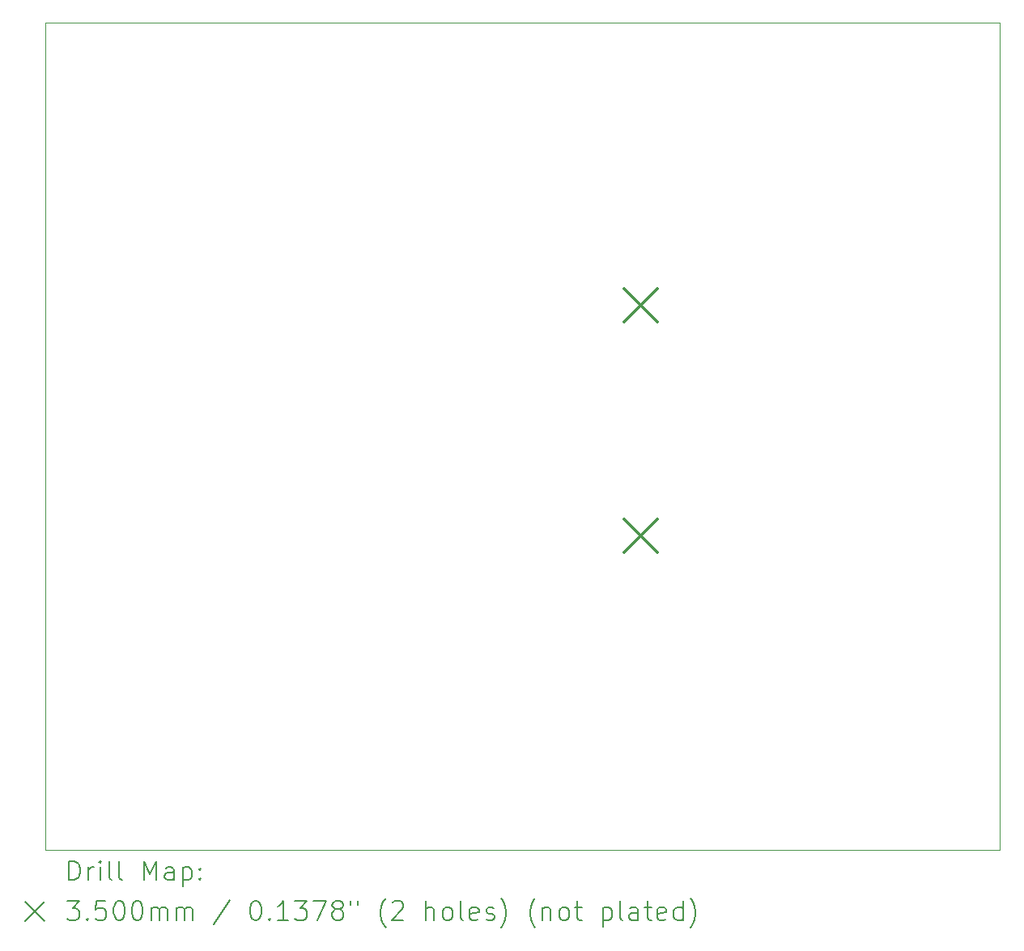
<source format=gbr>
%TF.GenerationSoftware,KiCad,Pcbnew,6.0.8*%
%TF.CreationDate,2024-03-27T11:51:23-07:00*%
%TF.ProjectId,GracefulPSU,47726163-6566-4756-9c50-53552e6b6963,rev?*%
%TF.SameCoordinates,Original*%
%TF.FileFunction,Drillmap*%
%TF.FilePolarity,Positive*%
%FSLAX45Y45*%
G04 Gerber Fmt 4.5, Leading zero omitted, Abs format (unit mm)*
G04 Created by KiCad (PCBNEW 6.0.8) date 2024-03-27 11:51:23*
%MOMM*%
%LPD*%
G01*
G04 APERTURE LIST*
%ADD10C,0.100000*%
%ADD11C,0.200000*%
%ADD12C,0.350000*%
G04 APERTURE END LIST*
D10*
X16410500Y-7919400D02*
X6426900Y-7919400D01*
X6426900Y-7919400D02*
X6426900Y-16580800D01*
X6426900Y-16580800D02*
X16410500Y-16580800D01*
X16410500Y-16580800D02*
X16410500Y-7919400D01*
D11*
D12*
X12485500Y-10702500D02*
X12835500Y-11052500D01*
X12835500Y-10702500D02*
X12485500Y-11052500D01*
X12485500Y-13115500D02*
X12835500Y-13465500D01*
X12835500Y-13115500D02*
X12485500Y-13465500D01*
D11*
X6679519Y-16896276D02*
X6679519Y-16696276D01*
X6727138Y-16696276D01*
X6755709Y-16705800D01*
X6774757Y-16724848D01*
X6784281Y-16743895D01*
X6793805Y-16781990D01*
X6793805Y-16810562D01*
X6784281Y-16848657D01*
X6774757Y-16867705D01*
X6755709Y-16886752D01*
X6727138Y-16896276D01*
X6679519Y-16896276D01*
X6879519Y-16896276D02*
X6879519Y-16762943D01*
X6879519Y-16801038D02*
X6889043Y-16781990D01*
X6898567Y-16772467D01*
X6917614Y-16762943D01*
X6936662Y-16762943D01*
X7003328Y-16896276D02*
X7003328Y-16762943D01*
X7003328Y-16696276D02*
X6993805Y-16705800D01*
X7003328Y-16715324D01*
X7012852Y-16705800D01*
X7003328Y-16696276D01*
X7003328Y-16715324D01*
X7127138Y-16896276D02*
X7108090Y-16886752D01*
X7098567Y-16867705D01*
X7098567Y-16696276D01*
X7231900Y-16896276D02*
X7212852Y-16886752D01*
X7203328Y-16867705D01*
X7203328Y-16696276D01*
X7460471Y-16896276D02*
X7460471Y-16696276D01*
X7527138Y-16839133D01*
X7593805Y-16696276D01*
X7593805Y-16896276D01*
X7774757Y-16896276D02*
X7774757Y-16791514D01*
X7765233Y-16772467D01*
X7746186Y-16762943D01*
X7708090Y-16762943D01*
X7689043Y-16772467D01*
X7774757Y-16886752D02*
X7755709Y-16896276D01*
X7708090Y-16896276D01*
X7689043Y-16886752D01*
X7679519Y-16867705D01*
X7679519Y-16848657D01*
X7689043Y-16829610D01*
X7708090Y-16820086D01*
X7755709Y-16820086D01*
X7774757Y-16810562D01*
X7869995Y-16762943D02*
X7869995Y-16962943D01*
X7869995Y-16772467D02*
X7889043Y-16762943D01*
X7927138Y-16762943D01*
X7946186Y-16772467D01*
X7955709Y-16781990D01*
X7965233Y-16801038D01*
X7965233Y-16858181D01*
X7955709Y-16877229D01*
X7946186Y-16886752D01*
X7927138Y-16896276D01*
X7889043Y-16896276D01*
X7869995Y-16886752D01*
X8050948Y-16877229D02*
X8060471Y-16886752D01*
X8050948Y-16896276D01*
X8041424Y-16886752D01*
X8050948Y-16877229D01*
X8050948Y-16896276D01*
X8050948Y-16772467D02*
X8060471Y-16781990D01*
X8050948Y-16791514D01*
X8041424Y-16781990D01*
X8050948Y-16772467D01*
X8050948Y-16791514D01*
X6221900Y-17125800D02*
X6421900Y-17325800D01*
X6421900Y-17125800D02*
X6221900Y-17325800D01*
X6660471Y-17116276D02*
X6784281Y-17116276D01*
X6717614Y-17192467D01*
X6746186Y-17192467D01*
X6765233Y-17201990D01*
X6774757Y-17211514D01*
X6784281Y-17230562D01*
X6784281Y-17278181D01*
X6774757Y-17297229D01*
X6765233Y-17306752D01*
X6746186Y-17316276D01*
X6689043Y-17316276D01*
X6669995Y-17306752D01*
X6660471Y-17297229D01*
X6869995Y-17297229D02*
X6879519Y-17306752D01*
X6869995Y-17316276D01*
X6860471Y-17306752D01*
X6869995Y-17297229D01*
X6869995Y-17316276D01*
X7060471Y-17116276D02*
X6965233Y-17116276D01*
X6955709Y-17211514D01*
X6965233Y-17201990D01*
X6984281Y-17192467D01*
X7031900Y-17192467D01*
X7050948Y-17201990D01*
X7060471Y-17211514D01*
X7069995Y-17230562D01*
X7069995Y-17278181D01*
X7060471Y-17297229D01*
X7050948Y-17306752D01*
X7031900Y-17316276D01*
X6984281Y-17316276D01*
X6965233Y-17306752D01*
X6955709Y-17297229D01*
X7193805Y-17116276D02*
X7212852Y-17116276D01*
X7231900Y-17125800D01*
X7241424Y-17135324D01*
X7250948Y-17154371D01*
X7260471Y-17192467D01*
X7260471Y-17240086D01*
X7250948Y-17278181D01*
X7241424Y-17297229D01*
X7231900Y-17306752D01*
X7212852Y-17316276D01*
X7193805Y-17316276D01*
X7174757Y-17306752D01*
X7165233Y-17297229D01*
X7155709Y-17278181D01*
X7146186Y-17240086D01*
X7146186Y-17192467D01*
X7155709Y-17154371D01*
X7165233Y-17135324D01*
X7174757Y-17125800D01*
X7193805Y-17116276D01*
X7384281Y-17116276D02*
X7403328Y-17116276D01*
X7422376Y-17125800D01*
X7431900Y-17135324D01*
X7441424Y-17154371D01*
X7450948Y-17192467D01*
X7450948Y-17240086D01*
X7441424Y-17278181D01*
X7431900Y-17297229D01*
X7422376Y-17306752D01*
X7403328Y-17316276D01*
X7384281Y-17316276D01*
X7365233Y-17306752D01*
X7355709Y-17297229D01*
X7346186Y-17278181D01*
X7336662Y-17240086D01*
X7336662Y-17192467D01*
X7346186Y-17154371D01*
X7355709Y-17135324D01*
X7365233Y-17125800D01*
X7384281Y-17116276D01*
X7536662Y-17316276D02*
X7536662Y-17182943D01*
X7536662Y-17201990D02*
X7546186Y-17192467D01*
X7565233Y-17182943D01*
X7593805Y-17182943D01*
X7612852Y-17192467D01*
X7622376Y-17211514D01*
X7622376Y-17316276D01*
X7622376Y-17211514D02*
X7631900Y-17192467D01*
X7650948Y-17182943D01*
X7679519Y-17182943D01*
X7698567Y-17192467D01*
X7708090Y-17211514D01*
X7708090Y-17316276D01*
X7803328Y-17316276D02*
X7803328Y-17182943D01*
X7803328Y-17201990D02*
X7812852Y-17192467D01*
X7831900Y-17182943D01*
X7860471Y-17182943D01*
X7879519Y-17192467D01*
X7889043Y-17211514D01*
X7889043Y-17316276D01*
X7889043Y-17211514D02*
X7898567Y-17192467D01*
X7917614Y-17182943D01*
X7946186Y-17182943D01*
X7965233Y-17192467D01*
X7974757Y-17211514D01*
X7974757Y-17316276D01*
X8365233Y-17106752D02*
X8193805Y-17363895D01*
X8622376Y-17116276D02*
X8641424Y-17116276D01*
X8660471Y-17125800D01*
X8669995Y-17135324D01*
X8679519Y-17154371D01*
X8689043Y-17192467D01*
X8689043Y-17240086D01*
X8679519Y-17278181D01*
X8669995Y-17297229D01*
X8660471Y-17306752D01*
X8641424Y-17316276D01*
X8622376Y-17316276D01*
X8603329Y-17306752D01*
X8593805Y-17297229D01*
X8584281Y-17278181D01*
X8574757Y-17240086D01*
X8574757Y-17192467D01*
X8584281Y-17154371D01*
X8593805Y-17135324D01*
X8603329Y-17125800D01*
X8622376Y-17116276D01*
X8774757Y-17297229D02*
X8784281Y-17306752D01*
X8774757Y-17316276D01*
X8765233Y-17306752D01*
X8774757Y-17297229D01*
X8774757Y-17316276D01*
X8974757Y-17316276D02*
X8860471Y-17316276D01*
X8917614Y-17316276D02*
X8917614Y-17116276D01*
X8898567Y-17144848D01*
X8879519Y-17163895D01*
X8860471Y-17173419D01*
X9041424Y-17116276D02*
X9165233Y-17116276D01*
X9098567Y-17192467D01*
X9127138Y-17192467D01*
X9146186Y-17201990D01*
X9155710Y-17211514D01*
X9165233Y-17230562D01*
X9165233Y-17278181D01*
X9155710Y-17297229D01*
X9146186Y-17306752D01*
X9127138Y-17316276D01*
X9069995Y-17316276D01*
X9050948Y-17306752D01*
X9041424Y-17297229D01*
X9231900Y-17116276D02*
X9365233Y-17116276D01*
X9279519Y-17316276D01*
X9469995Y-17201990D02*
X9450948Y-17192467D01*
X9441424Y-17182943D01*
X9431900Y-17163895D01*
X9431900Y-17154371D01*
X9441424Y-17135324D01*
X9450948Y-17125800D01*
X9469995Y-17116276D01*
X9508090Y-17116276D01*
X9527138Y-17125800D01*
X9536662Y-17135324D01*
X9546186Y-17154371D01*
X9546186Y-17163895D01*
X9536662Y-17182943D01*
X9527138Y-17192467D01*
X9508090Y-17201990D01*
X9469995Y-17201990D01*
X9450948Y-17211514D01*
X9441424Y-17221038D01*
X9431900Y-17240086D01*
X9431900Y-17278181D01*
X9441424Y-17297229D01*
X9450948Y-17306752D01*
X9469995Y-17316276D01*
X9508090Y-17316276D01*
X9527138Y-17306752D01*
X9536662Y-17297229D01*
X9546186Y-17278181D01*
X9546186Y-17240086D01*
X9536662Y-17221038D01*
X9527138Y-17211514D01*
X9508090Y-17201990D01*
X9622376Y-17116276D02*
X9622376Y-17154371D01*
X9698567Y-17116276D02*
X9698567Y-17154371D01*
X9993805Y-17392467D02*
X9984281Y-17382943D01*
X9965233Y-17354371D01*
X9955710Y-17335324D01*
X9946186Y-17306752D01*
X9936662Y-17259133D01*
X9936662Y-17221038D01*
X9946186Y-17173419D01*
X9955710Y-17144848D01*
X9965233Y-17125800D01*
X9984281Y-17097229D01*
X9993805Y-17087705D01*
X10060471Y-17135324D02*
X10069995Y-17125800D01*
X10089043Y-17116276D01*
X10136662Y-17116276D01*
X10155710Y-17125800D01*
X10165233Y-17135324D01*
X10174757Y-17154371D01*
X10174757Y-17173419D01*
X10165233Y-17201990D01*
X10050948Y-17316276D01*
X10174757Y-17316276D01*
X10412852Y-17316276D02*
X10412852Y-17116276D01*
X10498567Y-17316276D02*
X10498567Y-17211514D01*
X10489043Y-17192467D01*
X10469995Y-17182943D01*
X10441424Y-17182943D01*
X10422376Y-17192467D01*
X10412852Y-17201990D01*
X10622376Y-17316276D02*
X10603329Y-17306752D01*
X10593805Y-17297229D01*
X10584281Y-17278181D01*
X10584281Y-17221038D01*
X10593805Y-17201990D01*
X10603329Y-17192467D01*
X10622376Y-17182943D01*
X10650948Y-17182943D01*
X10669995Y-17192467D01*
X10679519Y-17201990D01*
X10689043Y-17221038D01*
X10689043Y-17278181D01*
X10679519Y-17297229D01*
X10669995Y-17306752D01*
X10650948Y-17316276D01*
X10622376Y-17316276D01*
X10803329Y-17316276D02*
X10784281Y-17306752D01*
X10774757Y-17287705D01*
X10774757Y-17116276D01*
X10955710Y-17306752D02*
X10936662Y-17316276D01*
X10898567Y-17316276D01*
X10879519Y-17306752D01*
X10869995Y-17287705D01*
X10869995Y-17211514D01*
X10879519Y-17192467D01*
X10898567Y-17182943D01*
X10936662Y-17182943D01*
X10955710Y-17192467D01*
X10965233Y-17211514D01*
X10965233Y-17230562D01*
X10869995Y-17249610D01*
X11041424Y-17306752D02*
X11060471Y-17316276D01*
X11098567Y-17316276D01*
X11117614Y-17306752D01*
X11127138Y-17287705D01*
X11127138Y-17278181D01*
X11117614Y-17259133D01*
X11098567Y-17249610D01*
X11069995Y-17249610D01*
X11050948Y-17240086D01*
X11041424Y-17221038D01*
X11041424Y-17211514D01*
X11050948Y-17192467D01*
X11069995Y-17182943D01*
X11098567Y-17182943D01*
X11117614Y-17192467D01*
X11193805Y-17392467D02*
X11203328Y-17382943D01*
X11222376Y-17354371D01*
X11231900Y-17335324D01*
X11241424Y-17306752D01*
X11250948Y-17259133D01*
X11250948Y-17221038D01*
X11241424Y-17173419D01*
X11231900Y-17144848D01*
X11222376Y-17125800D01*
X11203328Y-17097229D01*
X11193805Y-17087705D01*
X11555709Y-17392467D02*
X11546186Y-17382943D01*
X11527138Y-17354371D01*
X11517614Y-17335324D01*
X11508090Y-17306752D01*
X11498567Y-17259133D01*
X11498567Y-17221038D01*
X11508090Y-17173419D01*
X11517614Y-17144848D01*
X11527138Y-17125800D01*
X11546186Y-17097229D01*
X11555709Y-17087705D01*
X11631900Y-17182943D02*
X11631900Y-17316276D01*
X11631900Y-17201990D02*
X11641424Y-17192467D01*
X11660471Y-17182943D01*
X11689043Y-17182943D01*
X11708090Y-17192467D01*
X11717614Y-17211514D01*
X11717614Y-17316276D01*
X11841424Y-17316276D02*
X11822376Y-17306752D01*
X11812852Y-17297229D01*
X11803328Y-17278181D01*
X11803328Y-17221038D01*
X11812852Y-17201990D01*
X11822376Y-17192467D01*
X11841424Y-17182943D01*
X11869995Y-17182943D01*
X11889043Y-17192467D01*
X11898567Y-17201990D01*
X11908090Y-17221038D01*
X11908090Y-17278181D01*
X11898567Y-17297229D01*
X11889043Y-17306752D01*
X11869995Y-17316276D01*
X11841424Y-17316276D01*
X11965233Y-17182943D02*
X12041424Y-17182943D01*
X11993805Y-17116276D02*
X11993805Y-17287705D01*
X12003328Y-17306752D01*
X12022376Y-17316276D01*
X12041424Y-17316276D01*
X12260471Y-17182943D02*
X12260471Y-17382943D01*
X12260471Y-17192467D02*
X12279519Y-17182943D01*
X12317614Y-17182943D01*
X12336662Y-17192467D01*
X12346186Y-17201990D01*
X12355709Y-17221038D01*
X12355709Y-17278181D01*
X12346186Y-17297229D01*
X12336662Y-17306752D01*
X12317614Y-17316276D01*
X12279519Y-17316276D01*
X12260471Y-17306752D01*
X12469995Y-17316276D02*
X12450948Y-17306752D01*
X12441424Y-17287705D01*
X12441424Y-17116276D01*
X12631900Y-17316276D02*
X12631900Y-17211514D01*
X12622376Y-17192467D01*
X12603328Y-17182943D01*
X12565233Y-17182943D01*
X12546186Y-17192467D01*
X12631900Y-17306752D02*
X12612852Y-17316276D01*
X12565233Y-17316276D01*
X12546186Y-17306752D01*
X12536662Y-17287705D01*
X12536662Y-17268657D01*
X12546186Y-17249610D01*
X12565233Y-17240086D01*
X12612852Y-17240086D01*
X12631900Y-17230562D01*
X12698567Y-17182943D02*
X12774757Y-17182943D01*
X12727138Y-17116276D02*
X12727138Y-17287705D01*
X12736662Y-17306752D01*
X12755709Y-17316276D01*
X12774757Y-17316276D01*
X12917614Y-17306752D02*
X12898567Y-17316276D01*
X12860471Y-17316276D01*
X12841424Y-17306752D01*
X12831900Y-17287705D01*
X12831900Y-17211514D01*
X12841424Y-17192467D01*
X12860471Y-17182943D01*
X12898567Y-17182943D01*
X12917614Y-17192467D01*
X12927138Y-17211514D01*
X12927138Y-17230562D01*
X12831900Y-17249610D01*
X13098567Y-17316276D02*
X13098567Y-17116276D01*
X13098567Y-17306752D02*
X13079519Y-17316276D01*
X13041424Y-17316276D01*
X13022376Y-17306752D01*
X13012852Y-17297229D01*
X13003328Y-17278181D01*
X13003328Y-17221038D01*
X13012852Y-17201990D01*
X13022376Y-17192467D01*
X13041424Y-17182943D01*
X13079519Y-17182943D01*
X13098567Y-17192467D01*
X13174757Y-17392467D02*
X13184281Y-17382943D01*
X13203328Y-17354371D01*
X13212852Y-17335324D01*
X13222376Y-17306752D01*
X13231900Y-17259133D01*
X13231900Y-17221038D01*
X13222376Y-17173419D01*
X13212852Y-17144848D01*
X13203328Y-17125800D01*
X13184281Y-17097229D01*
X13174757Y-17087705D01*
M02*

</source>
